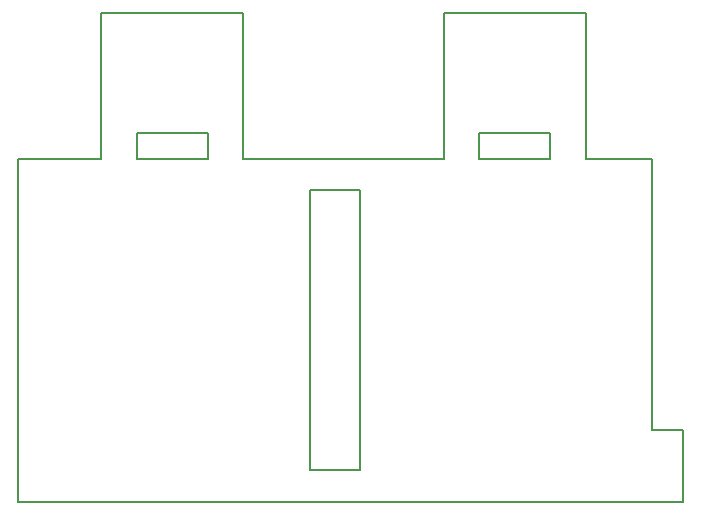
<source format=gbr>
%TF.GenerationSoftware,KiCad,Pcbnew,4.0.7*%
%TF.CreationDate,2019-06-15T20:20:24-05:00*%
%TF.ProjectId,GolfGloveMainBoardV1.0.0,476F6C66476C6F76654D61696E426F61,rev?*%
%TF.FileFunction,Profile,NP*%
%FSLAX46Y46*%
G04 Gerber Fmt 4.6, Leading zero omitted, Abs format (unit mm)*
G04 Created by KiCad (PCBNEW 4.0.7) date 06/15/19 20:20:24*
%MOMM*%
%LPD*%
G01*
G04 APERTURE LIST*
%ADD10C,0.100000*%
%ADD11C,0.150000*%
G04 APERTURE END LIST*
D10*
D11*
X156650000Y-73250000D02*
X156650000Y-50250000D01*
X159250000Y-79300000D02*
X156650000Y-79300000D01*
X159250000Y-73250000D02*
X159250000Y-79300000D01*
X156650000Y-73250000D02*
X159250000Y-73250000D01*
X131900000Y-76625000D02*
X131900000Y-75525000D01*
X127650000Y-76625000D02*
X131900000Y-76625000D01*
X127650000Y-52875000D02*
X127650000Y-76625000D01*
X131900000Y-75525000D02*
X131900000Y-52875000D01*
X127650000Y-52875000D02*
X131900000Y-52875000D01*
X131900000Y-50250000D02*
X127650000Y-50250000D01*
X156650000Y-79300000D02*
X102900000Y-79300000D01*
X139000000Y-48100000D02*
X139000000Y-37900000D01*
X139000000Y-37900000D02*
X151000000Y-37900000D01*
X151000000Y-37900000D02*
X151000000Y-48100000D01*
X131900000Y-50250000D02*
X139000000Y-50250000D01*
X139000000Y-50250000D02*
X139000000Y-48100000D01*
X151000000Y-48100000D02*
X151000000Y-50250000D01*
X151000000Y-50250000D02*
X156650000Y-50250000D01*
X142000000Y-48100000D02*
X142000000Y-50275000D01*
X148000000Y-48100000D02*
X148000000Y-50250000D01*
X148000000Y-50275000D02*
X142000000Y-50275000D01*
X142000000Y-48100000D02*
X148000000Y-48100000D01*
X113000000Y-48100000D02*
X119000000Y-48100000D01*
X119000000Y-50275000D02*
X113000000Y-50275000D01*
X119000000Y-48100000D02*
X119000000Y-50250000D01*
X113000000Y-48100000D02*
X113000000Y-50275000D01*
X122000000Y-50250000D02*
X127650000Y-50250000D01*
X122000000Y-48100000D02*
X122000000Y-50250000D01*
X110000000Y-50250000D02*
X110000000Y-48100000D01*
X102900000Y-50250000D02*
X110000000Y-50250000D01*
X102900000Y-50250000D02*
X102900000Y-50350000D01*
X102900000Y-50350000D02*
X102900000Y-79300000D01*
X122000000Y-37900000D02*
X122000000Y-48100000D01*
X110000000Y-37900000D02*
X122000000Y-37900000D01*
X110000000Y-48100000D02*
X110000000Y-37900000D01*
M02*

</source>
